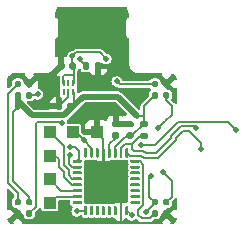
<source format=gbl>
G04 #@! TF.GenerationSoftware,KiCad,Pcbnew,8.0.1-8.0.1-0~ubuntu20.04.1*
G04 #@! TF.CreationDate,2024-06-12T16:16:25+01:00*
G04 #@! TF.ProjectId,smolpad,736d6f6c-7061-4642-9e6b-696361645f70,rev?*
G04 #@! TF.SameCoordinates,Original*
G04 #@! TF.FileFunction,Copper,L2,Bot*
G04 #@! TF.FilePolarity,Positive*
%FSLAX46Y46*%
G04 Gerber Fmt 4.6, Leading zero omitted, Abs format (unit mm)*
G04 Created by KiCad (PCBNEW 8.0.1-8.0.1-0~ubuntu20.04.1) date 2024-06-12 16:16:25*
%MOMM*%
%LPD*%
G01*
G04 APERTURE LIST*
G04 #@! TA.AperFunction,HeatsinkPad*
%ADD10R,3.600000X3.600000*%
G04 #@! TD*
G04 #@! TA.AperFunction,SMDPad,CuDef*
%ADD11R,1.000000X1.000000*%
G04 #@! TD*
G04 #@! TA.AperFunction,SMDPad,CuDef*
%ADD12R,0.240000X0.530000*%
G04 #@! TD*
G04 #@! TA.AperFunction,SMDPad,CuDef*
%ADD13R,0.280000X0.530000*%
G04 #@! TD*
G04 #@! TA.AperFunction,ViaPad*
%ADD14C,0.500000*%
G04 #@! TD*
G04 #@! TA.AperFunction,ViaPad*
%ADD15C,0.600000*%
G04 #@! TD*
G04 #@! TA.AperFunction,Conductor*
%ADD16C,0.200000*%
G04 #@! TD*
G04 #@! TA.AperFunction,Conductor*
%ADD17C,0.500000*%
G04 #@! TD*
G04 APERTURE END LIST*
G04 #@! TA.AperFunction,SMDPad,CuDef*
G36*
G01*
X36920000Y-36570000D02*
X36920000Y-36230000D01*
G75*
G02*
X37060000Y-36090000I140000J0D01*
G01*
X37340000Y-36090000D01*
G75*
G02*
X37480000Y-36230000I0J-140000D01*
G01*
X37480000Y-36570000D01*
G75*
G02*
X37340000Y-36710000I-140000J0D01*
G01*
X37060000Y-36710000D01*
G75*
G02*
X36920000Y-36570000I0J140000D01*
G01*
G37*
G04 #@! TD.AperFunction*
G04 #@! TA.AperFunction,SMDPad,CuDef*
G36*
G01*
X37880000Y-36570000D02*
X37880000Y-36230000D01*
G75*
G02*
X38020000Y-36090000I140000J0D01*
G01*
X38300000Y-36090000D01*
G75*
G02*
X38440000Y-36230000I0J-140000D01*
G01*
X38440000Y-36570000D01*
G75*
G02*
X38300000Y-36710000I-140000J0D01*
G01*
X38020000Y-36710000D01*
G75*
G02*
X37880000Y-36570000I0J140000D01*
G01*
G37*
G04 #@! TD.AperFunction*
G04 #@! TA.AperFunction,SMDPad,CuDef*
G36*
G01*
X34950000Y-35337500D02*
X34950000Y-35612500D01*
G75*
G02*
X34812500Y-35750000I-137500J0D01*
G01*
X34537500Y-35750000D01*
G75*
G02*
X34400000Y-35612500I0J137500D01*
G01*
X34400000Y-35337500D01*
G75*
G02*
X34537500Y-35200000I137500J0D01*
G01*
X34812500Y-35200000D01*
G75*
G02*
X34950000Y-35337500I0J-137500D01*
G01*
G37*
G04 #@! TD.AperFunction*
G04 #@! TA.AperFunction,SMDPad,CuDef*
G36*
G01*
X34000000Y-35337500D02*
X34000000Y-35612500D01*
G75*
G02*
X33862500Y-35750000I-137500J0D01*
G01*
X33587500Y-35750000D01*
G75*
G02*
X33450000Y-35612500I0J137500D01*
G01*
X33450000Y-35337500D01*
G75*
G02*
X33587500Y-35200000I137500J0D01*
G01*
X33862500Y-35200000D01*
G75*
G02*
X34000000Y-35337500I0J-137500D01*
G01*
G37*
G04 #@! TD.AperFunction*
G04 #@! TA.AperFunction,SMDPad,CuDef*
G36*
G01*
X34000000Y-34387500D02*
X34000000Y-34662500D01*
G75*
G02*
X33862500Y-34800000I-137500J0D01*
G01*
X33587500Y-34800000D01*
G75*
G02*
X33450000Y-34662500I0J137500D01*
G01*
X33450000Y-34387500D01*
G75*
G02*
X33587500Y-34250000I137500J0D01*
G01*
X33862500Y-34250000D01*
G75*
G02*
X34000000Y-34387500I0J-137500D01*
G01*
G37*
G04 #@! TD.AperFunction*
G04 #@! TA.AperFunction,SMDPad,CuDef*
G36*
G01*
X34950000Y-34387500D02*
X34950000Y-34662500D01*
G75*
G02*
X34812500Y-34800000I-137500J0D01*
G01*
X34537500Y-34800000D01*
G75*
G02*
X34400000Y-34662500I0J137500D01*
G01*
X34400000Y-34387500D01*
G75*
G02*
X34537500Y-34250000I137500J0D01*
G01*
X34812500Y-34250000D01*
G75*
G02*
X34950000Y-34387500I0J-137500D01*
G01*
G37*
G04 #@! TD.AperFunction*
G04 #@! TA.AperFunction,SMDPad,CuDef*
G36*
G01*
X46550000Y-35337500D02*
X46550000Y-35612500D01*
G75*
G02*
X46412500Y-35750000I-137500J0D01*
G01*
X46137500Y-35750000D01*
G75*
G02*
X46000000Y-35612500I0J137500D01*
G01*
X46000000Y-35337500D01*
G75*
G02*
X46137500Y-35200000I137500J0D01*
G01*
X46412500Y-35200000D01*
G75*
G02*
X46550000Y-35337500I0J-137500D01*
G01*
G37*
G04 #@! TD.AperFunction*
G04 #@! TA.AperFunction,SMDPad,CuDef*
G36*
G01*
X45600000Y-35337500D02*
X45600000Y-35612500D01*
G75*
G02*
X45462500Y-35750000I-137500J0D01*
G01*
X45187500Y-35750000D01*
G75*
G02*
X45050000Y-35612500I0J137500D01*
G01*
X45050000Y-35337500D01*
G75*
G02*
X45187500Y-35200000I137500J0D01*
G01*
X45462500Y-35200000D01*
G75*
G02*
X45600000Y-35337500I0J-137500D01*
G01*
G37*
G04 #@! TD.AperFunction*
G04 #@! TA.AperFunction,SMDPad,CuDef*
G36*
G01*
X45600000Y-34387500D02*
X45600000Y-34662500D01*
G75*
G02*
X45462500Y-34800000I-137500J0D01*
G01*
X45187500Y-34800000D01*
G75*
G02*
X45050000Y-34662500I0J137500D01*
G01*
X45050000Y-34387500D01*
G75*
G02*
X45187500Y-34250000I137500J0D01*
G01*
X45462500Y-34250000D01*
G75*
G02*
X45600000Y-34387500I0J-137500D01*
G01*
G37*
G04 #@! TD.AperFunction*
G04 #@! TA.AperFunction,SMDPad,CuDef*
G36*
G01*
X46550000Y-34387500D02*
X46550000Y-34662500D01*
G75*
G02*
X46412500Y-34800000I-137500J0D01*
G01*
X46137500Y-34800000D01*
G75*
G02*
X46000000Y-34662500I0J137500D01*
G01*
X46000000Y-34387500D01*
G75*
G02*
X46137500Y-34250000I137500J0D01*
G01*
X46412500Y-34250000D01*
G75*
G02*
X46550000Y-34387500I0J-137500D01*
G01*
G37*
G04 #@! TD.AperFunction*
G04 #@! TA.AperFunction,SMDPad,CuDef*
G36*
G01*
X44050000Y-40987500D02*
X44050000Y-41112500D01*
G75*
G02*
X43987500Y-41175000I-62500J0D01*
G01*
X43312500Y-41175000D01*
G75*
G02*
X43250000Y-41112500I0J62500D01*
G01*
X43250000Y-40987500D01*
G75*
G02*
X43312500Y-40925000I62500J0D01*
G01*
X43987500Y-40925000D01*
G75*
G02*
X44050000Y-40987500I0J-62500D01*
G01*
G37*
G04 #@! TD.AperFunction*
G04 #@! TA.AperFunction,SMDPad,CuDef*
G36*
G01*
X44050000Y-41487500D02*
X44050000Y-41612500D01*
G75*
G02*
X43987500Y-41675000I-62500J0D01*
G01*
X43312500Y-41675000D01*
G75*
G02*
X43250000Y-41612500I0J62500D01*
G01*
X43250000Y-41487500D01*
G75*
G02*
X43312500Y-41425000I62500J0D01*
G01*
X43987500Y-41425000D01*
G75*
G02*
X44050000Y-41487500I0J-62500D01*
G01*
G37*
G04 #@! TD.AperFunction*
G04 #@! TA.AperFunction,SMDPad,CuDef*
G36*
G01*
X44050000Y-41987500D02*
X44050000Y-42112500D01*
G75*
G02*
X43987500Y-42175000I-62500J0D01*
G01*
X43312500Y-42175000D01*
G75*
G02*
X43250000Y-42112500I0J62500D01*
G01*
X43250000Y-41987500D01*
G75*
G02*
X43312500Y-41925000I62500J0D01*
G01*
X43987500Y-41925000D01*
G75*
G02*
X44050000Y-41987500I0J-62500D01*
G01*
G37*
G04 #@! TD.AperFunction*
G04 #@! TA.AperFunction,SMDPad,CuDef*
G36*
G01*
X44050000Y-42487500D02*
X44050000Y-42612500D01*
G75*
G02*
X43987500Y-42675000I-62500J0D01*
G01*
X43312500Y-42675000D01*
G75*
G02*
X43250000Y-42612500I0J62500D01*
G01*
X43250000Y-42487500D01*
G75*
G02*
X43312500Y-42425000I62500J0D01*
G01*
X43987500Y-42425000D01*
G75*
G02*
X44050000Y-42487500I0J-62500D01*
G01*
G37*
G04 #@! TD.AperFunction*
G04 #@! TA.AperFunction,SMDPad,CuDef*
G36*
G01*
X44050000Y-42987500D02*
X44050000Y-43112500D01*
G75*
G02*
X43987500Y-43175000I-62500J0D01*
G01*
X43312500Y-43175000D01*
G75*
G02*
X43250000Y-43112500I0J62500D01*
G01*
X43250000Y-42987500D01*
G75*
G02*
X43312500Y-42925000I62500J0D01*
G01*
X43987500Y-42925000D01*
G75*
G02*
X44050000Y-42987500I0J-62500D01*
G01*
G37*
G04 #@! TD.AperFunction*
G04 #@! TA.AperFunction,SMDPad,CuDef*
G36*
G01*
X44050000Y-43487500D02*
X44050000Y-43612500D01*
G75*
G02*
X43987500Y-43675000I-62500J0D01*
G01*
X43312500Y-43675000D01*
G75*
G02*
X43250000Y-43612500I0J62500D01*
G01*
X43250000Y-43487500D01*
G75*
G02*
X43312500Y-43425000I62500J0D01*
G01*
X43987500Y-43425000D01*
G75*
G02*
X44050000Y-43487500I0J-62500D01*
G01*
G37*
G04 #@! TD.AperFunction*
G04 #@! TA.AperFunction,SMDPad,CuDef*
G36*
G01*
X44050000Y-43987500D02*
X44050000Y-44112500D01*
G75*
G02*
X43987500Y-44175000I-62500J0D01*
G01*
X43312500Y-44175000D01*
G75*
G02*
X43250000Y-44112500I0J62500D01*
G01*
X43250000Y-43987500D01*
G75*
G02*
X43312500Y-43925000I62500J0D01*
G01*
X43987500Y-43925000D01*
G75*
G02*
X44050000Y-43987500I0J-62500D01*
G01*
G37*
G04 #@! TD.AperFunction*
G04 #@! TA.AperFunction,SMDPad,CuDef*
G36*
G01*
X44050000Y-44487500D02*
X44050000Y-44612500D01*
G75*
G02*
X43987500Y-44675000I-62500J0D01*
G01*
X43312500Y-44675000D01*
G75*
G02*
X43250000Y-44612500I0J62500D01*
G01*
X43250000Y-44487500D01*
G75*
G02*
X43312500Y-44425000I62500J0D01*
G01*
X43987500Y-44425000D01*
G75*
G02*
X44050000Y-44487500I0J-62500D01*
G01*
G37*
G04 #@! TD.AperFunction*
G04 #@! TA.AperFunction,SMDPad,CuDef*
G36*
G01*
X43075000Y-44912500D02*
X43075000Y-45587500D01*
G75*
G02*
X43012500Y-45650000I-62500J0D01*
G01*
X42887500Y-45650000D01*
G75*
G02*
X42825000Y-45587500I0J62500D01*
G01*
X42825000Y-44912500D01*
G75*
G02*
X42887500Y-44850000I62500J0D01*
G01*
X43012500Y-44850000D01*
G75*
G02*
X43075000Y-44912500I0J-62500D01*
G01*
G37*
G04 #@! TD.AperFunction*
G04 #@! TA.AperFunction,SMDPad,CuDef*
G36*
G01*
X42575000Y-44912500D02*
X42575000Y-45587500D01*
G75*
G02*
X42512500Y-45650000I-62500J0D01*
G01*
X42387500Y-45650000D01*
G75*
G02*
X42325000Y-45587500I0J62500D01*
G01*
X42325000Y-44912500D01*
G75*
G02*
X42387500Y-44850000I62500J0D01*
G01*
X42512500Y-44850000D01*
G75*
G02*
X42575000Y-44912500I0J-62500D01*
G01*
G37*
G04 #@! TD.AperFunction*
G04 #@! TA.AperFunction,SMDPad,CuDef*
G36*
G01*
X42075000Y-44912500D02*
X42075000Y-45587500D01*
G75*
G02*
X42012500Y-45650000I-62500J0D01*
G01*
X41887500Y-45650000D01*
G75*
G02*
X41825000Y-45587500I0J62500D01*
G01*
X41825000Y-44912500D01*
G75*
G02*
X41887500Y-44850000I62500J0D01*
G01*
X42012500Y-44850000D01*
G75*
G02*
X42075000Y-44912500I0J-62500D01*
G01*
G37*
G04 #@! TD.AperFunction*
G04 #@! TA.AperFunction,SMDPad,CuDef*
G36*
G01*
X41575000Y-44912500D02*
X41575000Y-45587500D01*
G75*
G02*
X41512500Y-45650000I-62500J0D01*
G01*
X41387500Y-45650000D01*
G75*
G02*
X41325000Y-45587500I0J62500D01*
G01*
X41325000Y-44912500D01*
G75*
G02*
X41387500Y-44850000I62500J0D01*
G01*
X41512500Y-44850000D01*
G75*
G02*
X41575000Y-44912500I0J-62500D01*
G01*
G37*
G04 #@! TD.AperFunction*
G04 #@! TA.AperFunction,SMDPad,CuDef*
G36*
G01*
X41075000Y-44912500D02*
X41075000Y-45587500D01*
G75*
G02*
X41012500Y-45650000I-62500J0D01*
G01*
X40887500Y-45650000D01*
G75*
G02*
X40825000Y-45587500I0J62500D01*
G01*
X40825000Y-44912500D01*
G75*
G02*
X40887500Y-44850000I62500J0D01*
G01*
X41012500Y-44850000D01*
G75*
G02*
X41075000Y-44912500I0J-62500D01*
G01*
G37*
G04 #@! TD.AperFunction*
G04 #@! TA.AperFunction,SMDPad,CuDef*
G36*
G01*
X40575000Y-44912500D02*
X40575000Y-45587500D01*
G75*
G02*
X40512500Y-45650000I-62500J0D01*
G01*
X40387500Y-45650000D01*
G75*
G02*
X40325000Y-45587500I0J62500D01*
G01*
X40325000Y-44912500D01*
G75*
G02*
X40387500Y-44850000I62500J0D01*
G01*
X40512500Y-44850000D01*
G75*
G02*
X40575000Y-44912500I0J-62500D01*
G01*
G37*
G04 #@! TD.AperFunction*
G04 #@! TA.AperFunction,SMDPad,CuDef*
G36*
G01*
X40075000Y-44912500D02*
X40075000Y-45587500D01*
G75*
G02*
X40012500Y-45650000I-62500J0D01*
G01*
X39887500Y-45650000D01*
G75*
G02*
X39825000Y-45587500I0J62500D01*
G01*
X39825000Y-44912500D01*
G75*
G02*
X39887500Y-44850000I62500J0D01*
G01*
X40012500Y-44850000D01*
G75*
G02*
X40075000Y-44912500I0J-62500D01*
G01*
G37*
G04 #@! TD.AperFunction*
G04 #@! TA.AperFunction,SMDPad,CuDef*
G36*
G01*
X39575000Y-44912500D02*
X39575000Y-45587500D01*
G75*
G02*
X39512500Y-45650000I-62500J0D01*
G01*
X39387500Y-45650000D01*
G75*
G02*
X39325000Y-45587500I0J62500D01*
G01*
X39325000Y-44912500D01*
G75*
G02*
X39387500Y-44850000I62500J0D01*
G01*
X39512500Y-44850000D01*
G75*
G02*
X39575000Y-44912500I0J-62500D01*
G01*
G37*
G04 #@! TD.AperFunction*
G04 #@! TA.AperFunction,SMDPad,CuDef*
G36*
G01*
X39150000Y-44487500D02*
X39150000Y-44612500D01*
G75*
G02*
X39087500Y-44675000I-62500J0D01*
G01*
X38412500Y-44675000D01*
G75*
G02*
X38350000Y-44612500I0J62500D01*
G01*
X38350000Y-44487500D01*
G75*
G02*
X38412500Y-44425000I62500J0D01*
G01*
X39087500Y-44425000D01*
G75*
G02*
X39150000Y-44487500I0J-62500D01*
G01*
G37*
G04 #@! TD.AperFunction*
G04 #@! TA.AperFunction,SMDPad,CuDef*
G36*
G01*
X39150000Y-43987500D02*
X39150000Y-44112500D01*
G75*
G02*
X39087500Y-44175000I-62500J0D01*
G01*
X38412500Y-44175000D01*
G75*
G02*
X38350000Y-44112500I0J62500D01*
G01*
X38350000Y-43987500D01*
G75*
G02*
X38412500Y-43925000I62500J0D01*
G01*
X39087500Y-43925000D01*
G75*
G02*
X39150000Y-43987500I0J-62500D01*
G01*
G37*
G04 #@! TD.AperFunction*
G04 #@! TA.AperFunction,SMDPad,CuDef*
G36*
G01*
X39150000Y-43487500D02*
X39150000Y-43612500D01*
G75*
G02*
X39087500Y-43675000I-62500J0D01*
G01*
X38412500Y-43675000D01*
G75*
G02*
X38350000Y-43612500I0J62500D01*
G01*
X38350000Y-43487500D01*
G75*
G02*
X38412500Y-43425000I62500J0D01*
G01*
X39087500Y-43425000D01*
G75*
G02*
X39150000Y-43487500I0J-62500D01*
G01*
G37*
G04 #@! TD.AperFunction*
G04 #@! TA.AperFunction,SMDPad,CuDef*
G36*
G01*
X39150000Y-42987500D02*
X39150000Y-43112500D01*
G75*
G02*
X39087500Y-43175000I-62500J0D01*
G01*
X38412500Y-43175000D01*
G75*
G02*
X38350000Y-43112500I0J62500D01*
G01*
X38350000Y-42987500D01*
G75*
G02*
X38412500Y-42925000I62500J0D01*
G01*
X39087500Y-42925000D01*
G75*
G02*
X39150000Y-42987500I0J-62500D01*
G01*
G37*
G04 #@! TD.AperFunction*
G04 #@! TA.AperFunction,SMDPad,CuDef*
G36*
G01*
X39150000Y-42487500D02*
X39150000Y-42612500D01*
G75*
G02*
X39087500Y-42675000I-62500J0D01*
G01*
X38412500Y-42675000D01*
G75*
G02*
X38350000Y-42612500I0J62500D01*
G01*
X38350000Y-42487500D01*
G75*
G02*
X38412500Y-42425000I62500J0D01*
G01*
X39087500Y-42425000D01*
G75*
G02*
X39150000Y-42487500I0J-62500D01*
G01*
G37*
G04 #@! TD.AperFunction*
G04 #@! TA.AperFunction,SMDPad,CuDef*
G36*
G01*
X39150000Y-41987500D02*
X39150000Y-42112500D01*
G75*
G02*
X39087500Y-42175000I-62500J0D01*
G01*
X38412500Y-42175000D01*
G75*
G02*
X38350000Y-42112500I0J62500D01*
G01*
X38350000Y-41987500D01*
G75*
G02*
X38412500Y-41925000I62500J0D01*
G01*
X39087500Y-41925000D01*
G75*
G02*
X39150000Y-41987500I0J-62500D01*
G01*
G37*
G04 #@! TD.AperFunction*
G04 #@! TA.AperFunction,SMDPad,CuDef*
G36*
G01*
X39150000Y-41487500D02*
X39150000Y-41612500D01*
G75*
G02*
X39087500Y-41675000I-62500J0D01*
G01*
X38412500Y-41675000D01*
G75*
G02*
X38350000Y-41612500I0J62500D01*
G01*
X38350000Y-41487500D01*
G75*
G02*
X38412500Y-41425000I62500J0D01*
G01*
X39087500Y-41425000D01*
G75*
G02*
X39150000Y-41487500I0J-62500D01*
G01*
G37*
G04 #@! TD.AperFunction*
G04 #@! TA.AperFunction,SMDPad,CuDef*
G36*
G01*
X39150000Y-40987500D02*
X39150000Y-41112500D01*
G75*
G02*
X39087500Y-41175000I-62500J0D01*
G01*
X38412500Y-41175000D01*
G75*
G02*
X38350000Y-41112500I0J62500D01*
G01*
X38350000Y-40987500D01*
G75*
G02*
X38412500Y-40925000I62500J0D01*
G01*
X39087500Y-40925000D01*
G75*
G02*
X39150000Y-40987500I0J-62500D01*
G01*
G37*
G04 #@! TD.AperFunction*
G04 #@! TA.AperFunction,SMDPad,CuDef*
G36*
G01*
X39575000Y-40012500D02*
X39575000Y-40687500D01*
G75*
G02*
X39512500Y-40750000I-62500J0D01*
G01*
X39387500Y-40750000D01*
G75*
G02*
X39325000Y-40687500I0J62500D01*
G01*
X39325000Y-40012500D01*
G75*
G02*
X39387500Y-39950000I62500J0D01*
G01*
X39512500Y-39950000D01*
G75*
G02*
X39575000Y-40012500I0J-62500D01*
G01*
G37*
G04 #@! TD.AperFunction*
G04 #@! TA.AperFunction,SMDPad,CuDef*
G36*
G01*
X40075000Y-40012500D02*
X40075000Y-40687500D01*
G75*
G02*
X40012500Y-40750000I-62500J0D01*
G01*
X39887500Y-40750000D01*
G75*
G02*
X39825000Y-40687500I0J62500D01*
G01*
X39825000Y-40012500D01*
G75*
G02*
X39887500Y-39950000I62500J0D01*
G01*
X40012500Y-39950000D01*
G75*
G02*
X40075000Y-40012500I0J-62500D01*
G01*
G37*
G04 #@! TD.AperFunction*
G04 #@! TA.AperFunction,SMDPad,CuDef*
G36*
G01*
X40575000Y-40012500D02*
X40575000Y-40687500D01*
G75*
G02*
X40512500Y-40750000I-62500J0D01*
G01*
X40387500Y-40750000D01*
G75*
G02*
X40325000Y-40687500I0J62500D01*
G01*
X40325000Y-40012500D01*
G75*
G02*
X40387500Y-39950000I62500J0D01*
G01*
X40512500Y-39950000D01*
G75*
G02*
X40575000Y-40012500I0J-62500D01*
G01*
G37*
G04 #@! TD.AperFunction*
G04 #@! TA.AperFunction,SMDPad,CuDef*
G36*
G01*
X41075000Y-40012500D02*
X41075000Y-40687500D01*
G75*
G02*
X41012500Y-40750000I-62500J0D01*
G01*
X40887500Y-40750000D01*
G75*
G02*
X40825000Y-40687500I0J62500D01*
G01*
X40825000Y-40012500D01*
G75*
G02*
X40887500Y-39950000I62500J0D01*
G01*
X41012500Y-39950000D01*
G75*
G02*
X41075000Y-40012500I0J-62500D01*
G01*
G37*
G04 #@! TD.AperFunction*
G04 #@! TA.AperFunction,SMDPad,CuDef*
G36*
G01*
X41575000Y-40012500D02*
X41575000Y-40687500D01*
G75*
G02*
X41512500Y-40750000I-62500J0D01*
G01*
X41387500Y-40750000D01*
G75*
G02*
X41325000Y-40687500I0J62500D01*
G01*
X41325000Y-40012500D01*
G75*
G02*
X41387500Y-39950000I62500J0D01*
G01*
X41512500Y-39950000D01*
G75*
G02*
X41575000Y-40012500I0J-62500D01*
G01*
G37*
G04 #@! TD.AperFunction*
G04 #@! TA.AperFunction,SMDPad,CuDef*
G36*
G01*
X42075000Y-40012500D02*
X42075000Y-40687500D01*
G75*
G02*
X42012500Y-40750000I-62500J0D01*
G01*
X41887500Y-40750000D01*
G75*
G02*
X41825000Y-40687500I0J62500D01*
G01*
X41825000Y-40012500D01*
G75*
G02*
X41887500Y-39950000I62500J0D01*
G01*
X42012500Y-39950000D01*
G75*
G02*
X42075000Y-40012500I0J-62500D01*
G01*
G37*
G04 #@! TD.AperFunction*
G04 #@! TA.AperFunction,SMDPad,CuDef*
G36*
G01*
X42575000Y-40012500D02*
X42575000Y-40687500D01*
G75*
G02*
X42512500Y-40750000I-62500J0D01*
G01*
X42387500Y-40750000D01*
G75*
G02*
X42325000Y-40687500I0J62500D01*
G01*
X42325000Y-40012500D01*
G75*
G02*
X42387500Y-39950000I62500J0D01*
G01*
X42512500Y-39950000D01*
G75*
G02*
X42575000Y-40012500I0J-62500D01*
G01*
G37*
G04 #@! TD.AperFunction*
G04 #@! TA.AperFunction,SMDPad,CuDef*
G36*
G01*
X43075000Y-40012500D02*
X43075000Y-40687500D01*
G75*
G02*
X43012500Y-40750000I-62500J0D01*
G01*
X42887500Y-40750000D01*
G75*
G02*
X42825000Y-40687500I0J62500D01*
G01*
X42825000Y-40012500D01*
G75*
G02*
X42887500Y-39950000I62500J0D01*
G01*
X43012500Y-39950000D01*
G75*
G02*
X43075000Y-40012500I0J-62500D01*
G01*
G37*
G04 #@! TD.AperFunction*
D10*
X41200000Y-42800000D03*
D11*
X36400000Y-38600000D03*
G04 #@! TA.AperFunction,SMDPad,CuDef*
G36*
G01*
X45462500Y-45750000D02*
X45187500Y-45750000D01*
G75*
G02*
X45050000Y-45612500I0J137500D01*
G01*
X45050000Y-45337500D01*
G75*
G02*
X45187500Y-45200000I137500J0D01*
G01*
X45462500Y-45200000D01*
G75*
G02*
X45600000Y-45337500I0J-137500D01*
G01*
X45600000Y-45612500D01*
G75*
G02*
X45462500Y-45750000I-137500J0D01*
G01*
G37*
G04 #@! TD.AperFunction*
G04 #@! TA.AperFunction,SMDPad,CuDef*
G36*
G01*
X45462500Y-44800000D02*
X45187500Y-44800000D01*
G75*
G02*
X45050000Y-44662500I0J137500D01*
G01*
X45050000Y-44387500D01*
G75*
G02*
X45187500Y-44250000I137500J0D01*
G01*
X45462500Y-44250000D01*
G75*
G02*
X45600000Y-44387500I0J-137500D01*
G01*
X45600000Y-44662500D01*
G75*
G02*
X45462500Y-44800000I-137500J0D01*
G01*
G37*
G04 #@! TD.AperFunction*
G04 #@! TA.AperFunction,SMDPad,CuDef*
G36*
G01*
X46412500Y-44800000D02*
X46137500Y-44800000D01*
G75*
G02*
X46000000Y-44662500I0J137500D01*
G01*
X46000000Y-44387500D01*
G75*
G02*
X46137500Y-44250000I137500J0D01*
G01*
X46412500Y-44250000D01*
G75*
G02*
X46550000Y-44387500I0J-137500D01*
G01*
X46550000Y-44662500D01*
G75*
G02*
X46412500Y-44800000I-137500J0D01*
G01*
G37*
G04 #@! TD.AperFunction*
G04 #@! TA.AperFunction,SMDPad,CuDef*
G36*
G01*
X46412500Y-45750000D02*
X46137500Y-45750000D01*
G75*
G02*
X46000000Y-45612500I0J137500D01*
G01*
X46000000Y-45337500D01*
G75*
G02*
X46137500Y-45200000I137500J0D01*
G01*
X46412500Y-45200000D01*
G75*
G02*
X46550000Y-45337500I0J-137500D01*
G01*
X46550000Y-45612500D01*
G75*
G02*
X46412500Y-45750000I-137500J0D01*
G01*
G37*
G04 #@! TD.AperFunction*
G04 #@! TA.AperFunction,SMDPad,CuDef*
G36*
G01*
X44215000Y-37620000D02*
X44585000Y-37620000D01*
G75*
G02*
X44720000Y-37755000I0J-135000D01*
G01*
X44720000Y-38025000D01*
G75*
G02*
X44585000Y-38160000I-135000J0D01*
G01*
X44215000Y-38160000D01*
G75*
G02*
X44080000Y-38025000I0J135000D01*
G01*
X44080000Y-37755000D01*
G75*
G02*
X44215000Y-37620000I135000J0D01*
G01*
G37*
G04 #@! TD.AperFunction*
G04 #@! TA.AperFunction,SMDPad,CuDef*
G36*
G01*
X44215000Y-38640000D02*
X44585000Y-38640000D01*
G75*
G02*
X44720000Y-38775000I0J-135000D01*
G01*
X44720000Y-39045000D01*
G75*
G02*
X44585000Y-39180000I-135000J0D01*
G01*
X44215000Y-39180000D01*
G75*
G02*
X44080000Y-39045000I0J135000D01*
G01*
X44080000Y-38775000D01*
G75*
G02*
X44215000Y-38640000I135000J0D01*
G01*
G37*
G04 #@! TD.AperFunction*
G04 #@! TA.AperFunction,SMDPad,CuDef*
G36*
G01*
X33450000Y-44662500D02*
X33450000Y-44387500D01*
G75*
G02*
X33587500Y-44250000I137500J0D01*
G01*
X33862500Y-44250000D01*
G75*
G02*
X34000000Y-44387500I0J-137500D01*
G01*
X34000000Y-44662500D01*
G75*
G02*
X33862500Y-44800000I-137500J0D01*
G01*
X33587500Y-44800000D01*
G75*
G02*
X33450000Y-44662500I0J137500D01*
G01*
G37*
G04 #@! TD.AperFunction*
G04 #@! TA.AperFunction,SMDPad,CuDef*
G36*
G01*
X34400000Y-44662500D02*
X34400000Y-44387500D01*
G75*
G02*
X34537500Y-44250000I137500J0D01*
G01*
X34812500Y-44250000D01*
G75*
G02*
X34950000Y-44387500I0J-137500D01*
G01*
X34950000Y-44662500D01*
G75*
G02*
X34812500Y-44800000I-137500J0D01*
G01*
X34537500Y-44800000D01*
G75*
G02*
X34400000Y-44662500I0J137500D01*
G01*
G37*
G04 #@! TD.AperFunction*
G04 #@! TA.AperFunction,SMDPad,CuDef*
G36*
G01*
X34400000Y-45612500D02*
X34400000Y-45337500D01*
G75*
G02*
X34537500Y-45200000I137500J0D01*
G01*
X34812500Y-45200000D01*
G75*
G02*
X34950000Y-45337500I0J-137500D01*
G01*
X34950000Y-45612500D01*
G75*
G02*
X34812500Y-45750000I-137500J0D01*
G01*
X34537500Y-45750000D01*
G75*
G02*
X34400000Y-45612500I0J137500D01*
G01*
G37*
G04 #@! TD.AperFunction*
G04 #@! TA.AperFunction,SMDPad,CuDef*
G36*
G01*
X33450000Y-45612500D02*
X33450000Y-45337500D01*
G75*
G02*
X33587500Y-45200000I137500J0D01*
G01*
X33862500Y-45200000D01*
G75*
G02*
X34000000Y-45337500I0J-137500D01*
G01*
X34000000Y-45612500D01*
G75*
G02*
X33862500Y-45750000I-137500J0D01*
G01*
X33587500Y-45750000D01*
G75*
G02*
X33450000Y-45612500I0J137500D01*
G01*
G37*
G04 #@! TD.AperFunction*
X38400000Y-38600000D03*
G04 #@! TA.AperFunction,SMDPad,CuDef*
G36*
G01*
X39220000Y-33185000D02*
X39220000Y-32815000D01*
G75*
G02*
X39355000Y-32680000I135000J0D01*
G01*
X39625000Y-32680000D01*
G75*
G02*
X39760000Y-32815000I0J-135000D01*
G01*
X39760000Y-33185000D01*
G75*
G02*
X39625000Y-33320000I-135000J0D01*
G01*
X39355000Y-33320000D01*
G75*
G02*
X39220000Y-33185000I0J135000D01*
G01*
G37*
G04 #@! TD.AperFunction*
G04 #@! TA.AperFunction,SMDPad,CuDef*
G36*
G01*
X40240000Y-33185000D02*
X40240000Y-32815000D01*
G75*
G02*
X40375000Y-32680000I135000J0D01*
G01*
X40645000Y-32680000D01*
G75*
G02*
X40780000Y-32815000I0J-135000D01*
G01*
X40780000Y-33185000D01*
G75*
G02*
X40645000Y-33320000I-135000J0D01*
G01*
X40375000Y-33320000D01*
G75*
G02*
X40240000Y-33185000I0J135000D01*
G01*
G37*
G04 #@! TD.AperFunction*
G04 #@! TA.AperFunction,SMDPad,CuDef*
G36*
G01*
X41830000Y-37640000D02*
X42170000Y-37640000D01*
G75*
G02*
X42310000Y-37780000I0J-140000D01*
G01*
X42310000Y-38060000D01*
G75*
G02*
X42170000Y-38200000I-140000J0D01*
G01*
X41830000Y-38200000D01*
G75*
G02*
X41690000Y-38060000I0J140000D01*
G01*
X41690000Y-37780000D01*
G75*
G02*
X41830000Y-37640000I140000J0D01*
G01*
G37*
G04 #@! TD.AperFunction*
G04 #@! TA.AperFunction,SMDPad,CuDef*
G36*
G01*
X41830000Y-38600000D02*
X42170000Y-38600000D01*
G75*
G02*
X42310000Y-38740000I0J-140000D01*
G01*
X42310000Y-39020000D01*
G75*
G02*
X42170000Y-39160000I-140000J0D01*
G01*
X41830000Y-39160000D01*
G75*
G02*
X41690000Y-39020000I0J140000D01*
G01*
X41690000Y-38740000D01*
G75*
G02*
X41830000Y-38600000I140000J0D01*
G01*
G37*
G04 #@! TD.AperFunction*
X40400000Y-38600000D03*
D12*
X38400000Y-35200000D03*
X38000000Y-35200000D03*
X37600000Y-35200000D03*
D13*
X37600000Y-34464000D03*
X38000000Y-34464000D03*
X38400000Y-34464000D03*
D11*
X36400000Y-42600000D03*
X36400000Y-40600000D03*
X36400000Y-44600000D03*
G04 #@! TA.AperFunction,SMDPad,CuDef*
G36*
G01*
X43370000Y-39160000D02*
X43030000Y-39160000D01*
G75*
G02*
X42890000Y-39020000I0J140000D01*
G01*
X42890000Y-38740000D01*
G75*
G02*
X43030000Y-38600000I140000J0D01*
G01*
X43370000Y-38600000D01*
G75*
G02*
X43510000Y-38740000I0J-140000D01*
G01*
X43510000Y-39020000D01*
G75*
G02*
X43370000Y-39160000I-140000J0D01*
G01*
G37*
G04 #@! TD.AperFunction*
G04 #@! TA.AperFunction,SMDPad,CuDef*
G36*
G01*
X43370000Y-38200000D02*
X43030000Y-38200000D01*
G75*
G02*
X42890000Y-38060000I0J140000D01*
G01*
X42890000Y-37780000D01*
G75*
G02*
X43030000Y-37640000I140000J0D01*
G01*
X43370000Y-37640000D01*
G75*
G02*
X43510000Y-37780000I0J-140000D01*
G01*
X43510000Y-38060000D01*
G75*
G02*
X43370000Y-38200000I-140000J0D01*
G01*
G37*
G04 #@! TD.AperFunction*
G04 #@! TA.AperFunction,SMDPad,CuDef*
G36*
G01*
X37120000Y-33170000D02*
X37120000Y-32830000D01*
G75*
G02*
X37260000Y-32690000I140000J0D01*
G01*
X37540000Y-32690000D01*
G75*
G02*
X37680000Y-32830000I0J-140000D01*
G01*
X37680000Y-33170000D01*
G75*
G02*
X37540000Y-33310000I-140000J0D01*
G01*
X37260000Y-33310000D01*
G75*
G02*
X37120000Y-33170000I0J140000D01*
G01*
G37*
G04 #@! TD.AperFunction*
G04 #@! TA.AperFunction,SMDPad,CuDef*
G36*
G01*
X38080000Y-33170000D02*
X38080000Y-32830000D01*
G75*
G02*
X38220000Y-32690000I140000J0D01*
G01*
X38500000Y-32690000D01*
G75*
G02*
X38640000Y-32830000I0J-140000D01*
G01*
X38640000Y-33170000D01*
G75*
G02*
X38500000Y-33310000I-140000J0D01*
G01*
X38220000Y-33310000D01*
G75*
G02*
X38080000Y-33170000I0J140000D01*
G01*
G37*
G04 #@! TD.AperFunction*
D14*
X41800000Y-36400000D03*
X40323397Y-34300000D03*
X38400000Y-37400000D03*
X35900000Y-36300000D03*
D15*
X35300000Y-46100000D03*
D14*
X36100000Y-34300000D03*
X44400000Y-35200000D03*
X42869787Y-46150000D03*
X44540990Y-45350000D03*
X43351719Y-45643462D03*
X45000000Y-42325000D03*
X43800000Y-37200000D03*
X48800000Y-38252538D03*
X49200000Y-40000000D03*
X52200000Y-38400000D03*
X39307193Y-39292807D03*
X44150000Y-39650000D03*
X41200000Y-32400000D03*
X38333452Y-32186186D03*
X38165092Y-40537780D03*
X38150000Y-39838909D03*
X39000000Y-32400000D03*
X45600000Y-38249998D03*
X46000000Y-42000000D03*
X42100000Y-34300000D03*
X35400000Y-35400000D03*
X37450000Y-37860000D03*
X38700000Y-45300000D03*
D16*
X40950000Y-40350000D02*
X40950000Y-39150000D01*
X37835000Y-35765000D02*
X38000000Y-35600000D01*
X37200000Y-36400000D02*
X37835000Y-35765000D01*
X38000000Y-35600000D02*
X38000000Y-35200000D01*
X40950000Y-39150000D02*
X40400000Y-38600000D01*
D17*
X36100000Y-34300000D02*
X37400000Y-33000000D01*
D16*
X41450000Y-40350000D02*
X41450000Y-39630000D01*
X41450000Y-39630000D02*
X42000000Y-39080000D01*
X44400000Y-36400000D02*
X44400000Y-37200000D01*
X43800000Y-37200000D02*
X44400000Y-37200000D01*
X44850000Y-44050000D02*
X45325000Y-44525000D01*
X45000000Y-42325000D02*
X44850000Y-42475000D01*
D17*
X38160000Y-36650050D02*
X39210050Y-35600000D01*
X42200000Y-35600000D02*
X43800000Y-37200000D01*
D16*
X34675000Y-44109314D02*
X34675000Y-44525000D01*
X33300000Y-36900000D02*
X33300000Y-42734314D01*
X44400000Y-37200000D02*
X44400000Y-37890000D01*
X43343462Y-45643462D02*
X42950000Y-45250000D01*
D17*
X34885000Y-37160000D02*
X37650050Y-37160000D01*
D16*
X38160000Y-36400000D02*
X38440000Y-36120000D01*
X45325000Y-44525000D02*
X45325000Y-44565990D01*
X41950000Y-39869928D02*
X42780000Y-39039928D01*
X44850000Y-42475000D02*
X44850000Y-44050000D01*
X43410000Y-38880000D02*
X44400000Y-37890000D01*
X41950000Y-40350000D02*
X41950000Y-39869928D01*
X43200000Y-38880000D02*
X43410000Y-38880000D01*
D17*
X33725000Y-36000000D02*
X33725000Y-36475000D01*
D16*
X38440000Y-36120000D02*
X38440000Y-35200000D01*
X33300000Y-42734314D02*
X34675000Y-44109314D01*
X42780000Y-39039928D02*
X43040072Y-39039928D01*
D17*
X39210050Y-35600000D02*
X42200000Y-35600000D01*
D16*
X43040072Y-39039928D02*
X43200000Y-38880000D01*
X45325000Y-44565990D02*
X44540990Y-45350000D01*
X45325000Y-35475000D02*
X44400000Y-36400000D01*
D17*
X33725000Y-36000000D02*
X34885000Y-37160000D01*
X38160000Y-36650050D02*
X38160000Y-36400000D01*
X33725000Y-35475000D02*
X33725000Y-36000000D01*
X37650050Y-37160000D02*
X38160000Y-36650050D01*
D16*
X33725000Y-36475000D02*
X33300000Y-36900000D01*
X43351719Y-45643462D02*
X43343462Y-45643462D01*
X46714880Y-39069434D02*
X45384314Y-40400000D01*
X44090000Y-38910000D02*
X44400000Y-38910000D01*
X43400000Y-39600000D02*
X42785614Y-39600000D01*
X43400000Y-40025000D02*
X43400000Y-39600000D01*
X44345757Y-40200000D02*
X43575000Y-40200000D01*
X44545758Y-40400000D02*
X44345757Y-40200000D01*
X47525852Y-38102538D02*
X46714880Y-38913511D01*
X45384314Y-40400000D02*
X44545758Y-40400000D01*
X43575000Y-40200000D02*
X43400000Y-40025000D01*
X48800000Y-38252538D02*
X48650000Y-38102538D01*
X42450000Y-39935614D02*
X42450000Y-40350000D01*
X46714880Y-38913511D02*
X46714880Y-39069434D01*
X43540000Y-39460000D02*
X43556134Y-39460000D01*
X43810000Y-39190000D02*
X44090000Y-38910000D01*
X43810000Y-39206134D02*
X43810000Y-39190000D01*
X43400000Y-39600000D02*
X43540000Y-39460000D01*
X48650000Y-38102538D02*
X47525852Y-38102538D01*
X43556134Y-39460000D02*
X43810000Y-39206134D01*
X42785614Y-39600000D02*
X42450000Y-39935614D01*
X49200000Y-39502538D02*
X48200000Y-38502538D01*
X47114880Y-39235120D02*
X45550000Y-40800000D01*
X44180072Y-40600000D02*
X43200000Y-40600000D01*
X47114880Y-39079196D02*
X47114880Y-39235120D01*
X49200000Y-40000000D02*
X49200000Y-39502538D01*
X44380072Y-40800000D02*
X44180072Y-40600000D01*
X47691538Y-38502538D02*
X47114880Y-39079196D01*
X48200000Y-38502538D02*
X47691538Y-38502538D01*
X43200000Y-40600000D02*
X42950000Y-40350000D01*
X45550000Y-40800000D02*
X44380072Y-40800000D01*
X47297462Y-37702538D02*
X51502538Y-37702538D01*
X51502538Y-37702538D02*
X52200000Y-38400000D01*
X45350000Y-39650000D02*
X47297462Y-37702538D01*
X38614386Y-38600000D02*
X38400000Y-38600000D01*
X39307193Y-39292807D02*
X38614386Y-38600000D01*
X39950000Y-39935614D02*
X39307193Y-39292807D01*
X39950000Y-40350000D02*
X39950000Y-39935614D01*
X44150000Y-39650000D02*
X45350000Y-39650000D01*
X41200000Y-32400000D02*
X40650000Y-31850000D01*
X38333452Y-32186186D02*
X38333452Y-32973452D01*
X40650000Y-31850000D02*
X38669638Y-31850000D01*
X37560000Y-33899000D02*
X37560000Y-34464000D01*
X37659000Y-33800000D02*
X37560000Y-33899000D01*
X38669638Y-31850000D02*
X38333452Y-32186186D01*
X38333452Y-32973452D02*
X38360000Y-33000000D01*
X38440000Y-33800000D02*
X37659000Y-33800000D01*
X38440000Y-33080000D02*
X38440000Y-33800000D01*
X38440000Y-33800000D02*
X38440000Y-34464000D01*
X38360000Y-33000000D02*
X38440000Y-33080000D01*
X38050000Y-41264386D02*
X38335614Y-41550000D01*
X38335614Y-41550000D02*
X38750000Y-41550000D01*
X38165092Y-40537780D02*
X38050000Y-40652872D01*
X38050000Y-40652872D02*
X38050000Y-41264386D01*
X38150000Y-39838909D02*
X38538909Y-39838909D01*
X38538909Y-39838909D02*
X38900000Y-40200000D01*
X38900000Y-40200000D02*
X38900000Y-40900000D01*
X38900000Y-40900000D02*
X38750000Y-41050000D01*
X39000000Y-32400000D02*
X39000000Y-32510000D01*
X39000000Y-32510000D02*
X39490000Y-33000000D01*
X46750000Y-37133503D02*
X46750000Y-36346497D01*
X46750000Y-44050000D02*
X46275000Y-44525000D01*
X46750000Y-42750000D02*
X46750000Y-44050000D01*
X45600000Y-38249998D02*
X46159998Y-37690000D01*
X46275000Y-35871497D02*
X46275000Y-35475000D01*
X46000000Y-42000000D02*
X46750000Y-42750000D01*
X46159998Y-37690000D02*
X46193503Y-37690000D01*
X46750000Y-36346497D02*
X46275000Y-35871497D01*
X46193503Y-37690000D02*
X46750000Y-37133503D01*
X35325000Y-35475000D02*
X35400000Y-35400000D01*
X42100000Y-34300000D02*
X42325000Y-34525000D01*
X42325000Y-34525000D02*
X45325000Y-34525000D01*
X34675000Y-35475000D02*
X35325000Y-35475000D01*
X33725000Y-44525000D02*
X33725000Y-43725000D01*
X33725000Y-43725000D02*
X32900000Y-42900000D01*
X32900000Y-42900000D02*
X32900000Y-35350000D01*
X32900000Y-35350000D02*
X33725000Y-34525000D01*
X44900000Y-45900000D02*
X45325000Y-45475000D01*
X44350000Y-44764386D02*
X43900000Y-45214386D01*
X44064386Y-41050000D02*
X44350000Y-41335614D01*
X43650000Y-41050000D02*
X44064386Y-41050000D01*
X43900000Y-45214386D02*
X43900000Y-45600000D01*
X44200000Y-45900000D02*
X44900000Y-45900000D01*
X43900000Y-45600000D02*
X44200000Y-45900000D01*
X44350000Y-41335614D02*
X44350000Y-44764386D01*
X37300000Y-37710000D02*
X35390000Y-37710000D01*
X35390000Y-37710000D02*
X35250000Y-37850000D01*
X35250000Y-44900000D02*
X34675000Y-45475000D01*
X35250000Y-37850000D02*
X35250000Y-44900000D01*
X37450000Y-37860000D02*
X37300000Y-37710000D01*
X39400000Y-45300000D02*
X39450000Y-45250000D01*
X38700000Y-45300000D02*
X39400000Y-45300000D01*
X37600000Y-41380071D02*
X37600000Y-39800000D01*
X37600000Y-39800000D02*
X36400000Y-38600000D01*
X38335614Y-42550000D02*
X38050000Y-42264386D01*
X38050000Y-42264386D02*
X38050000Y-41830071D01*
X38750000Y-42550000D02*
X38335614Y-42550000D01*
X38050000Y-41830071D02*
X37600000Y-41380071D01*
X37650000Y-41995757D02*
X37200000Y-41545756D01*
X37650000Y-42430071D02*
X37650000Y-41995757D01*
X36900000Y-40600000D02*
X36400000Y-40600000D01*
X37200000Y-40900000D02*
X36900000Y-40600000D01*
X38750000Y-43050000D02*
X38269929Y-43050000D01*
X38269929Y-43050000D02*
X37650000Y-42430071D01*
X37200000Y-41545756D02*
X37200000Y-40900000D01*
X38750000Y-43550000D02*
X37350000Y-43550000D01*
X37350000Y-43550000D02*
X36400000Y-42600000D01*
X36950000Y-44050000D02*
X36400000Y-44600000D01*
X38750000Y-44050000D02*
X36950000Y-44050000D01*
G04 #@! TA.AperFunction,Conductor*
G36*
X41034191Y-40243907D02*
G01*
X41070155Y-40293407D01*
X41075000Y-40324000D01*
X41075000Y-41246625D01*
X41159339Y-41235522D01*
X41159346Y-41235520D01*
X41296174Y-41178844D01*
X41296175Y-41178844D01*
X41413674Y-41088684D01*
X41413683Y-41088675D01*
X41493659Y-40984448D01*
X41544083Y-40949792D01*
X41552886Y-40947617D01*
X41615117Y-40935240D01*
X41644998Y-40915273D01*
X41703886Y-40898665D01*
X41755002Y-40915274D01*
X41784879Y-40935238D01*
X41784880Y-40935238D01*
X41784883Y-40935240D01*
X41861599Y-40950500D01*
X42038400Y-40950499D01*
X42115117Y-40935240D01*
X42144998Y-40915273D01*
X42203886Y-40898665D01*
X42255002Y-40915274D01*
X42284879Y-40935238D01*
X42284880Y-40935238D01*
X42284883Y-40935240D01*
X42361599Y-40950500D01*
X42538400Y-40950499D01*
X42615117Y-40935240D01*
X42644998Y-40915273D01*
X42703886Y-40898665D01*
X42755002Y-40915274D01*
X42784879Y-40935238D01*
X42784880Y-40935238D01*
X42784883Y-40935240D01*
X42861599Y-40950500D01*
X42950500Y-40950499D01*
X43008690Y-40969406D01*
X43044654Y-41018905D01*
X43049500Y-41049498D01*
X43049500Y-41138396D01*
X43049501Y-41138404D01*
X43064759Y-41215115D01*
X43064759Y-41215116D01*
X43064760Y-41215117D01*
X43084726Y-41244999D01*
X43101334Y-41303887D01*
X43084727Y-41354999D01*
X43064761Y-41384880D01*
X43064759Y-41384886D01*
X43049501Y-41461589D01*
X43049500Y-41461599D01*
X43049500Y-41638397D01*
X43049501Y-41638404D01*
X43064759Y-41715115D01*
X43064759Y-41715116D01*
X43064760Y-41715117D01*
X43084726Y-41744999D01*
X43101334Y-41803887D01*
X43084727Y-41854999D01*
X43064761Y-41884880D01*
X43064759Y-41884886D01*
X43049501Y-41961589D01*
X43049500Y-41961599D01*
X43049500Y-42138397D01*
X43049501Y-42138404D01*
X43064759Y-42215115D01*
X43064759Y-42215116D01*
X43064760Y-42215117D01*
X43084726Y-42244999D01*
X43101334Y-42303887D01*
X43084727Y-42354999D01*
X43064761Y-42384880D01*
X43064759Y-42384886D01*
X43049501Y-42461589D01*
X43049500Y-42461599D01*
X43049500Y-42638397D01*
X43049501Y-42638404D01*
X43064759Y-42715115D01*
X43064759Y-42715116D01*
X43064760Y-42715117D01*
X43084726Y-42744999D01*
X43101334Y-42803887D01*
X43084727Y-42854999D01*
X43064761Y-42884880D01*
X43064759Y-42884886D01*
X43049501Y-42961589D01*
X43049500Y-42961599D01*
X43049500Y-43138397D01*
X43049501Y-43138404D01*
X43064759Y-43215115D01*
X43064759Y-43215116D01*
X43064760Y-43215117D01*
X43084726Y-43244999D01*
X43101334Y-43303887D01*
X43084727Y-43354999D01*
X43064761Y-43384880D01*
X43064759Y-43384886D01*
X43049501Y-43461589D01*
X43049500Y-43461599D01*
X43049500Y-43638397D01*
X43049501Y-43638404D01*
X43064759Y-43715115D01*
X43064759Y-43715116D01*
X43064760Y-43715117D01*
X43084726Y-43744999D01*
X43101334Y-43803887D01*
X43084727Y-43854999D01*
X43064761Y-43884880D01*
X43064759Y-43884886D01*
X43049501Y-43961589D01*
X43049500Y-43961599D01*
X43049500Y-44138397D01*
X43049501Y-44138404D01*
X43064759Y-44215115D01*
X43064759Y-44215116D01*
X43064760Y-44215117D01*
X43084726Y-44244999D01*
X43101334Y-44303887D01*
X43084727Y-44354999D01*
X43064761Y-44384880D01*
X43064759Y-44384885D01*
X43053992Y-44439010D01*
X43024094Y-44492394D01*
X42968529Y-44518008D01*
X42908519Y-44506070D01*
X42896628Y-44498236D01*
X42796174Y-44421155D01*
X42659342Y-44364478D01*
X42659342Y-44364477D01*
X42575000Y-44353373D01*
X42575000Y-46146625D01*
X42659339Y-46135522D01*
X42659346Y-46135520D01*
X42796174Y-46078844D01*
X42796175Y-46078844D01*
X42913675Y-45988683D01*
X42914156Y-45988203D01*
X42914590Y-45987981D01*
X42918828Y-45984730D01*
X42919430Y-45985514D01*
X42968669Y-45960420D01*
X43029102Y-45969986D01*
X43048994Y-45983378D01*
X43053669Y-45987429D01*
X43150385Y-46049584D01*
X43162650Y-46057466D01*
X43286947Y-46093962D01*
X43286949Y-46093962D01*
X43416489Y-46093962D01*
X43416491Y-46093962D01*
X43540788Y-46057466D01*
X43649768Y-45987429D01*
X43678872Y-45953841D01*
X43731268Y-45922244D01*
X43792229Y-45927479D01*
X43823696Y-45948667D01*
X43959540Y-46084511D01*
X43959539Y-46084511D01*
X44015489Y-46140460D01*
X44084007Y-46180019D01*
X44084011Y-46180021D01*
X44160435Y-46200499D01*
X44160437Y-46200500D01*
X44160438Y-46200500D01*
X44939563Y-46200500D01*
X44939563Y-46200499D01*
X45015989Y-46180021D01*
X45084511Y-46140460D01*
X45140460Y-46084511D01*
X45245474Y-45979495D01*
X45299991Y-45951718D01*
X45315478Y-45950499D01*
X45502099Y-45950499D01*
X45502102Y-45950499D01*
X45551330Y-45944019D01*
X45659359Y-45893644D01*
X45743644Y-45809359D01*
X45794019Y-45701330D01*
X45800500Y-45652103D01*
X45800499Y-45636954D01*
X45819403Y-45578766D01*
X45829496Y-45566948D01*
X46275001Y-45121447D01*
X46366950Y-45029496D01*
X46421466Y-45001718D01*
X46436953Y-45000499D01*
X46452102Y-45000499D01*
X46501330Y-44994019D01*
X46609359Y-44943644D01*
X46693644Y-44859359D01*
X46744019Y-44751330D01*
X46750500Y-44702103D01*
X46750499Y-44515477D01*
X46769406Y-44457287D01*
X46779489Y-44445480D01*
X46990460Y-44234511D01*
X47014764Y-44192413D01*
X47060233Y-44151474D01*
X47121083Y-44145078D01*
X47174071Y-44175671D01*
X47198958Y-44231566D01*
X47199500Y-44241915D01*
X47199500Y-45065745D01*
X47180593Y-45123936D01*
X47131093Y-45159900D01*
X47069907Y-45159900D01*
X47020407Y-45123936D01*
X47007341Y-45097266D01*
X47006502Y-45097051D01*
X46628553Y-45475000D01*
X47006502Y-45852948D01*
X47053810Y-45840801D01*
X47114874Y-45844642D01*
X47162019Y-45883642D01*
X47177236Y-45942905D01*
X47171876Y-45969386D01*
X47143815Y-46049583D01*
X47134195Y-46069559D01*
X47074642Y-46164336D01*
X47060821Y-46181668D01*
X46981668Y-46260821D01*
X46964336Y-46274642D01*
X46869559Y-46334195D01*
X46849583Y-46343815D01*
X46769386Y-46371876D01*
X46708216Y-46373248D01*
X46657922Y-46338403D01*
X46637715Y-46280651D01*
X46640801Y-46253810D01*
X46652948Y-46206502D01*
X46275000Y-45828553D01*
X45897051Y-46206502D01*
X45897496Y-46208238D01*
X45943971Y-46239823D01*
X45964696Y-46297391D01*
X45947625Y-46356147D01*
X45899279Y-46393647D01*
X45865745Y-46399500D01*
X34134254Y-46399500D01*
X34076063Y-46380593D01*
X34040099Y-46331093D01*
X34040099Y-46269907D01*
X34076063Y-46220407D01*
X34102732Y-46207341D01*
X34102948Y-46206501D01*
X33725000Y-45828553D01*
X33347050Y-46206503D01*
X33359197Y-46253812D01*
X33355355Y-46314876D01*
X33316353Y-46362020D01*
X33257090Y-46377236D01*
X33230610Y-46371876D01*
X33202443Y-46362020D01*
X33150414Y-46343814D01*
X33130440Y-46334195D01*
X33035663Y-46274642D01*
X33018331Y-46260821D01*
X32939178Y-46181668D01*
X32925357Y-46164336D01*
X32875199Y-46084511D01*
X32865802Y-46069556D01*
X32856186Y-46049589D01*
X32828123Y-45969386D01*
X32826751Y-45908218D01*
X32861595Y-45857924D01*
X32919348Y-45837716D01*
X32946188Y-45840801D01*
X32993497Y-45852947D01*
X33371445Y-45475000D01*
X32993496Y-45097051D01*
X32991757Y-45097497D01*
X32960178Y-45143965D01*
X32902610Y-45164691D01*
X32843854Y-45147621D01*
X32806353Y-45099275D01*
X32800500Y-45065740D01*
X32800500Y-43464479D01*
X32819407Y-43406288D01*
X32868907Y-43370324D01*
X32930093Y-43370324D01*
X32969504Y-43394475D01*
X33395504Y-43820475D01*
X33423281Y-43874992D01*
X33424500Y-43890479D01*
X33424500Y-44031490D01*
X33405593Y-44089681D01*
X33395504Y-44101494D01*
X33390642Y-44106355D01*
X33390641Y-44106356D01*
X33345523Y-44151474D01*
X33306354Y-44190643D01*
X33255983Y-44298664D01*
X33255981Y-44298671D01*
X33249500Y-44347898D01*
X33249500Y-44702099D01*
X33249501Y-44702107D01*
X33255980Y-44751329D01*
X33306354Y-44859356D01*
X33306355Y-44859357D01*
X33306356Y-44859359D01*
X33390641Y-44943644D01*
X33498670Y-44994019D01*
X33547897Y-45000500D01*
X33563043Y-45000499D01*
X33621232Y-45019403D01*
X33633050Y-45029496D01*
X33725000Y-45121447D01*
X34170504Y-45566952D01*
X34198281Y-45621468D01*
X34199500Y-45636950D01*
X34199500Y-45652096D01*
X34199501Y-45652108D01*
X34205980Y-45701329D01*
X34256354Y-45809356D01*
X34256355Y-45809357D01*
X34256356Y-45809359D01*
X34340641Y-45893644D01*
X34448670Y-45944019D01*
X34497897Y-45950500D01*
X34852102Y-45950499D01*
X34901330Y-45944019D01*
X35009359Y-45893644D01*
X35093644Y-45809359D01*
X35144019Y-45701330D01*
X35150500Y-45652103D01*
X35150499Y-45465477D01*
X35169406Y-45407287D01*
X35179489Y-45395480D01*
X35490460Y-45084511D01*
X35508112Y-45053937D01*
X35513615Y-45044406D01*
X35514754Y-45042432D01*
X35560216Y-45001483D01*
X35621065Y-44995075D01*
X35674059Y-45025658D01*
X35698956Y-45081549D01*
X35699500Y-45091916D01*
X35699500Y-45119746D01*
X35699501Y-45119758D01*
X35711132Y-45178227D01*
X35711134Y-45178233D01*
X35745362Y-45229458D01*
X35755448Y-45244552D01*
X35821769Y-45288867D01*
X35866231Y-45297711D01*
X35880241Y-45300498D01*
X35880246Y-45300498D01*
X35880252Y-45300500D01*
X35880253Y-45300500D01*
X36919747Y-45300500D01*
X36919748Y-45300500D01*
X36978231Y-45288867D01*
X37044552Y-45244552D01*
X37088867Y-45178231D01*
X37100500Y-45119748D01*
X37100500Y-44449500D01*
X37119407Y-44391309D01*
X37168907Y-44355345D01*
X37199500Y-44350500D01*
X38051212Y-44350500D01*
X38109403Y-44369407D01*
X38145367Y-44418907D01*
X38149469Y-44456735D01*
X38149500Y-44456735D01*
X38149500Y-44457017D01*
X38149736Y-44459194D01*
X38149500Y-44461592D01*
X38149500Y-44638397D01*
X38149501Y-44638404D01*
X38164759Y-44715116D01*
X38164760Y-44715118D01*
X38188960Y-44751335D01*
X38222888Y-44802112D01*
X38309883Y-44860240D01*
X38309890Y-44860241D01*
X38311868Y-44861061D01*
X38314590Y-44863386D01*
X38317991Y-44865658D01*
X38317722Y-44866060D01*
X38358398Y-44900794D01*
X38372687Y-44960287D01*
X38349277Y-45016817D01*
X38348812Y-45017358D01*
X38317118Y-45053936D01*
X38263302Y-45171774D01*
X38244867Y-45299997D01*
X38244867Y-45300002D01*
X38263302Y-45428225D01*
X38284664Y-45475000D01*
X38317118Y-45546063D01*
X38375465Y-45613400D01*
X38401952Y-45643968D01*
X38510926Y-45714001D01*
X38510931Y-45714004D01*
X38635228Y-45750500D01*
X38635230Y-45750500D01*
X38764770Y-45750500D01*
X38764772Y-45750500D01*
X38889069Y-45714004D01*
X38995216Y-45645787D01*
X39054390Y-45630233D01*
X39111406Y-45652432D01*
X39133702Y-45682436D01*
X39134342Y-45682009D01*
X39180106Y-45750499D01*
X39197888Y-45777112D01*
X39284883Y-45835240D01*
X39361599Y-45850500D01*
X39538400Y-45850499D01*
X39615117Y-45835240D01*
X39644998Y-45815273D01*
X39703886Y-45798665D01*
X39755002Y-45815274D01*
X39784879Y-45835238D01*
X39784880Y-45835238D01*
X39784883Y-45835240D01*
X39861599Y-45850500D01*
X40038400Y-45850499D01*
X40115117Y-45835240D01*
X40144998Y-45815273D01*
X40203886Y-45798665D01*
X40255002Y-45815274D01*
X40284879Y-45835238D01*
X40284880Y-45835238D01*
X40284883Y-45835240D01*
X40361599Y-45850500D01*
X40538400Y-45850499D01*
X40615117Y-45835240D01*
X40644998Y-45815273D01*
X40703886Y-45798665D01*
X40755002Y-45815274D01*
X40784879Y-45835238D01*
X40784880Y-45835238D01*
X40784883Y-45835240D01*
X40861599Y-45850500D01*
X41038400Y-45850499D01*
X41115117Y-45835240D01*
X41144998Y-45815273D01*
X41203886Y-45798665D01*
X41255002Y-45815274D01*
X41284879Y-45835238D01*
X41284880Y-45835238D01*
X41284883Y-45835240D01*
X41361599Y-45850500D01*
X41538400Y-45850499D01*
X41615117Y-45835240D01*
X41644998Y-45815273D01*
X41703886Y-45798665D01*
X41755001Y-45815273D01*
X41784883Y-45835240D01*
X41847115Y-45847619D01*
X41900497Y-45877515D01*
X41906341Y-45884449D01*
X41986315Y-45988674D01*
X41986325Y-45988684D01*
X42103825Y-46078844D01*
X42240653Y-46135520D01*
X42240660Y-46135522D01*
X42324999Y-46146625D01*
X42325000Y-46146624D01*
X42325000Y-44353374D01*
X42324999Y-44353373D01*
X42240657Y-44364477D01*
X42240657Y-44364478D01*
X42103825Y-44421155D01*
X42103824Y-44421155D01*
X41986325Y-44511315D01*
X41986315Y-44511325D01*
X41906341Y-44615551D01*
X41855917Y-44650207D01*
X41847113Y-44652382D01*
X41784884Y-44664759D01*
X41755000Y-44684727D01*
X41696111Y-44701334D01*
X41644999Y-44684726D01*
X41615119Y-44664761D01*
X41615117Y-44664760D01*
X41615114Y-44664759D01*
X41615113Y-44664759D01*
X41538410Y-44649501D01*
X41538402Y-44649500D01*
X41538401Y-44649500D01*
X41538400Y-44649500D01*
X41361602Y-44649500D01*
X41361595Y-44649501D01*
X41284884Y-44664759D01*
X41255000Y-44684727D01*
X41196111Y-44701334D01*
X41144999Y-44684726D01*
X41115119Y-44664761D01*
X41115117Y-44664760D01*
X41115114Y-44664759D01*
X41115113Y-44664759D01*
X41038410Y-44649501D01*
X41038402Y-44649500D01*
X41038401Y-44649500D01*
X41038400Y-44649500D01*
X40861602Y-44649500D01*
X40861595Y-44649501D01*
X40784884Y-44664759D01*
X40755000Y-44684727D01*
X40696111Y-44701334D01*
X40644999Y-44684726D01*
X40615119Y-44664761D01*
X40615117Y-44664760D01*
X40615114Y-44664759D01*
X40615113Y-44664759D01*
X40538410Y-44649501D01*
X40538402Y-44649500D01*
X40538401Y-44649500D01*
X40538400Y-44649500D01*
X40361602Y-44649500D01*
X40361595Y-44649501D01*
X40284884Y-44664759D01*
X40255000Y-44684727D01*
X40196111Y-44701334D01*
X40144999Y-44684726D01*
X40115119Y-44664761D01*
X40115117Y-44664760D01*
X40115114Y-44664759D01*
X40115113Y-44664759D01*
X40038410Y-44649501D01*
X40038402Y-44649500D01*
X40038401Y-44649500D01*
X40038400Y-44649500D01*
X39861602Y-44649500D01*
X39861595Y-44649501D01*
X39784884Y-44664759D01*
X39755000Y-44684727D01*
X39696111Y-44701334D01*
X39644999Y-44684726D01*
X39615119Y-44664761D01*
X39615117Y-44664760D01*
X39615114Y-44664759D01*
X39615113Y-44664759D01*
X39538410Y-44649501D01*
X39538402Y-44649500D01*
X39538401Y-44649500D01*
X39538400Y-44649500D01*
X39449499Y-44649500D01*
X39391308Y-44630593D01*
X39355344Y-44581093D01*
X39350499Y-44550503D01*
X39350499Y-44461600D01*
X39335240Y-44384883D01*
X39315273Y-44355001D01*
X39298665Y-44296114D01*
X39315274Y-44244998D01*
X39335238Y-44215120D01*
X39335238Y-44215119D01*
X39335240Y-44215117D01*
X39350500Y-44138401D01*
X39350499Y-43961600D01*
X39335240Y-43884883D01*
X39315273Y-43855001D01*
X39298665Y-43796114D01*
X39315274Y-43744998D01*
X39335238Y-43715120D01*
X39335238Y-43715119D01*
X39335240Y-43715117D01*
X39350500Y-43638401D01*
X39350499Y-43461600D01*
X39335240Y-43384883D01*
X39315273Y-43355001D01*
X39298665Y-43296114D01*
X39315274Y-43244998D01*
X39331641Y-43220504D01*
X39335240Y-43215117D01*
X39350500Y-43138401D01*
X39350499Y-42961600D01*
X39335240Y-42884883D01*
X39315273Y-42855001D01*
X39298665Y-42796114D01*
X39315274Y-42744998D01*
X39335238Y-42715120D01*
X39335238Y-42715119D01*
X39335240Y-42715117D01*
X39350500Y-42638401D01*
X39350499Y-42461600D01*
X39335240Y-42384883D01*
X39315273Y-42355001D01*
X39298665Y-42296114D01*
X39315274Y-42244998D01*
X39335238Y-42215120D01*
X39335238Y-42215119D01*
X39335240Y-42215117D01*
X39350500Y-42138401D01*
X39350499Y-41961600D01*
X39335240Y-41884883D01*
X39315273Y-41855001D01*
X39298665Y-41796114D01*
X39315274Y-41744998D01*
X39335238Y-41715120D01*
X39335238Y-41715119D01*
X39335240Y-41715117D01*
X39350500Y-41638401D01*
X39350499Y-41461600D01*
X39335240Y-41384883D01*
X39315273Y-41355001D01*
X39298665Y-41296114D01*
X39315274Y-41244998D01*
X39328554Y-41225124D01*
X39335240Y-41215117D01*
X39350500Y-41138401D01*
X39350499Y-41049498D01*
X39369406Y-40991309D01*
X39418905Y-40955345D01*
X39449495Y-40950499D01*
X39538400Y-40950499D01*
X39615117Y-40935240D01*
X39644998Y-40915273D01*
X39703886Y-40898665D01*
X39755002Y-40915274D01*
X39784879Y-40935238D01*
X39784880Y-40935238D01*
X39784883Y-40935240D01*
X39861599Y-40950500D01*
X40038400Y-40950499D01*
X40115117Y-40935240D01*
X40144998Y-40915273D01*
X40203886Y-40898665D01*
X40255001Y-40915273D01*
X40284883Y-40935240D01*
X40347115Y-40947619D01*
X40400497Y-40977515D01*
X40406341Y-40984449D01*
X40486315Y-41088674D01*
X40486325Y-41088684D01*
X40603825Y-41178844D01*
X40740653Y-41235520D01*
X40740660Y-41235522D01*
X40824999Y-41246625D01*
X40825000Y-41246624D01*
X40825000Y-40324000D01*
X40843907Y-40265809D01*
X40893407Y-40229845D01*
X40924000Y-40225000D01*
X40976000Y-40225000D01*
X41034191Y-40243907D01*
G37*
G04 #@! TD.AperFunction*
G04 #@! TA.AperFunction,Conductor*
G36*
X42030580Y-36069407D02*
G01*
X42042393Y-36079496D01*
X42947609Y-36984713D01*
X42975386Y-37039230D01*
X42965815Y-37099662D01*
X42922550Y-37142927D01*
X42905226Y-37149786D01*
X42773801Y-37187969D01*
X42650395Y-37260952D01*
X42590683Y-37274300D01*
X42549605Y-37260952D01*
X42426197Y-37187969D01*
X42270912Y-37142855D01*
X42250000Y-37141209D01*
X42250000Y-37669999D01*
X42250001Y-37670000D01*
X43351000Y-37670000D01*
X43409191Y-37688907D01*
X43445155Y-37738407D01*
X43450000Y-37769000D01*
X43450000Y-38071000D01*
X43431093Y-38129191D01*
X43381593Y-38165155D01*
X43351000Y-38170000D01*
X41849000Y-38170000D01*
X41790809Y-38151093D01*
X41754845Y-38101593D01*
X41750000Y-38071000D01*
X41750000Y-37141209D01*
X41729087Y-37142855D01*
X41573802Y-37187969D01*
X41573801Y-37187969D01*
X41434625Y-37270278D01*
X41320278Y-37384625D01*
X41237969Y-37523801D01*
X41223524Y-37573521D01*
X41189132Y-37624126D01*
X41131563Y-37644851D01*
X41093859Y-37638658D01*
X41007380Y-37606403D01*
X41007370Y-37606401D01*
X40947824Y-37600000D01*
X40650001Y-37600000D01*
X40650000Y-37600001D01*
X40650000Y-38751000D01*
X40631093Y-38809191D01*
X40581593Y-38845155D01*
X40551000Y-38850000D01*
X39412401Y-38850000D01*
X39384513Y-38845991D01*
X39371967Y-38842307D01*
X39371965Y-38842307D01*
X39322672Y-38842307D01*
X39264481Y-38823400D01*
X39252668Y-38813311D01*
X39129496Y-38690139D01*
X39101719Y-38635622D01*
X39100500Y-38620135D01*
X39100500Y-38349999D01*
X39400000Y-38349999D01*
X39400001Y-38350000D01*
X40149999Y-38350000D01*
X40150000Y-38349999D01*
X40150000Y-37600001D01*
X40149999Y-37600000D01*
X39852176Y-37600000D01*
X39792629Y-37606401D01*
X39792618Y-37606403D01*
X39657911Y-37656646D01*
X39657909Y-37656647D01*
X39542815Y-37742807D01*
X39542807Y-37742815D01*
X39456647Y-37857909D01*
X39456646Y-37857911D01*
X39406403Y-37992618D01*
X39406401Y-37992629D01*
X39400000Y-38052175D01*
X39400000Y-38349999D01*
X39100500Y-38349999D01*
X39100500Y-38080253D01*
X39100498Y-38080241D01*
X39097330Y-38064314D01*
X39088867Y-38021769D01*
X39044552Y-37955448D01*
X39044548Y-37955445D01*
X38978233Y-37911134D01*
X38978231Y-37911133D01*
X38978228Y-37911132D01*
X38978227Y-37911132D01*
X38919758Y-37899501D01*
X38919748Y-37899500D01*
X38919747Y-37899500D01*
X37996596Y-37899500D01*
X37938405Y-37880593D01*
X37902441Y-37831093D01*
X37898604Y-37814588D01*
X37886697Y-37731774D01*
X37886697Y-37731772D01*
X37856065Y-37664698D01*
X37849090Y-37603912D01*
X37879176Y-37550635D01*
X37896614Y-37537838D01*
X37926664Y-37520489D01*
X38520489Y-36926664D01*
X38520490Y-36926663D01*
X39367657Y-36079496D01*
X39422174Y-36051719D01*
X39437661Y-36050500D01*
X41972389Y-36050500D01*
X42030580Y-36069407D01*
G37*
G04 #@! TD.AperFunction*
G04 #@! TA.AperFunction,Conductor*
G36*
X42933002Y-27994407D02*
G01*
X42968966Y-28043907D01*
X42969289Y-28044925D01*
X43139993Y-28591174D01*
X43144500Y-28620703D01*
X43144500Y-28803836D01*
X43125593Y-28862027D01*
X43088460Y-28893029D01*
X43077036Y-28898531D01*
X43077034Y-28898532D01*
X42988858Y-28968850D01*
X42988850Y-28968858D01*
X42918531Y-29057034D01*
X42869598Y-29158647D01*
X42869595Y-29158654D01*
X42844500Y-29268607D01*
X42844500Y-30281392D01*
X42869595Y-30391345D01*
X42869596Y-30391348D01*
X42869597Y-30391351D01*
X42879265Y-30411426D01*
X42918531Y-30492965D01*
X42918533Y-30492967D01*
X42988854Y-30581146D01*
X42988858Y-30581149D01*
X43077030Y-30651465D01*
X43077037Y-30651469D01*
X43088453Y-30656967D01*
X43132678Y-30699249D01*
X43144500Y-30746163D01*
X43144500Y-32878844D01*
X43175263Y-33033496D01*
X43175263Y-33033498D01*
X43235603Y-33179174D01*
X43235609Y-33179185D01*
X43270294Y-33231093D01*
X43323211Y-33310289D01*
X43434711Y-33421789D01*
X43497983Y-33464066D01*
X43565814Y-33509390D01*
X43565825Y-33509396D01*
X43592633Y-33520500D01*
X43711503Y-33569737D01*
X43866158Y-33600500D01*
X43905118Y-33600500D01*
X45865740Y-33600500D01*
X45923931Y-33619407D01*
X45959895Y-33668907D01*
X45959895Y-33730093D01*
X45923931Y-33779593D01*
X45897267Y-33792655D01*
X45897051Y-33793496D01*
X46275000Y-34171445D01*
X46652947Y-33793497D01*
X46640801Y-33746188D01*
X46644643Y-33685124D01*
X46683644Y-33637980D01*
X46742907Y-33622763D01*
X46769386Y-33628122D01*
X46849589Y-33656186D01*
X46869556Y-33665802D01*
X46900306Y-33685124D01*
X46964336Y-33725357D01*
X46981668Y-33739178D01*
X47060821Y-33818331D01*
X47074642Y-33835663D01*
X47134195Y-33930440D01*
X47143815Y-33950415D01*
X47171876Y-34030610D01*
X47173248Y-34091780D01*
X47138404Y-34142074D01*
X47080652Y-34162282D01*
X47053812Y-34159197D01*
X47006503Y-34147050D01*
X46628553Y-34525000D01*
X47006501Y-34902948D01*
X47008238Y-34902502D01*
X47039822Y-34856027D01*
X47097391Y-34835302D01*
X47156147Y-34852372D01*
X47193647Y-34900718D01*
X47199500Y-34934253D01*
X47199500Y-36154580D01*
X47180593Y-36212771D01*
X47131093Y-36248735D01*
X47069907Y-36248735D01*
X47020407Y-36212771D01*
X47014764Y-36204081D01*
X46990459Y-36161985D01*
X46934511Y-36106036D01*
X46934511Y-36106037D01*
X46724912Y-35896438D01*
X46697135Y-35841921D01*
X46705192Y-35784595D01*
X46735183Y-35720278D01*
X46744019Y-35701330D01*
X46750500Y-35652103D01*
X46750499Y-35297898D01*
X46744019Y-35248670D01*
X46693644Y-35140641D01*
X46609359Y-35056356D01*
X46609357Y-35056355D01*
X46609356Y-35056354D01*
X46501335Y-35005983D01*
X46501333Y-35005982D01*
X46501330Y-35005981D01*
X46452103Y-34999500D01*
X46452102Y-34999500D01*
X46436953Y-34999500D01*
X46378762Y-34980593D01*
X46366949Y-34970503D01*
X46275000Y-34878553D01*
X45829495Y-34433047D01*
X45801718Y-34378531D01*
X45800499Y-34363044D01*
X45800499Y-34347901D01*
X45800498Y-34347891D01*
X45794019Y-34298670D01*
X45743645Y-34190643D01*
X45743644Y-34190642D01*
X45743644Y-34190641D01*
X45659359Y-34106356D01*
X45659357Y-34106355D01*
X45659356Y-34106354D01*
X45551335Y-34055983D01*
X45551333Y-34055982D01*
X45551330Y-34055981D01*
X45502103Y-34049500D01*
X45502101Y-34049500D01*
X45147900Y-34049500D01*
X45147892Y-34049501D01*
X45098670Y-34055980D01*
X44990643Y-34106354D01*
X44990641Y-34106355D01*
X44990641Y-34106356D01*
X44906356Y-34190641D01*
X44906355Y-34190642D01*
X44901494Y-34195504D01*
X44846977Y-34223281D01*
X44831490Y-34224500D01*
X42624400Y-34224500D01*
X42566209Y-34205593D01*
X42534347Y-34166627D01*
X42505459Y-34103374D01*
X42482882Y-34053937D01*
X42398049Y-33956033D01*
X42398048Y-33956032D01*
X42398047Y-33956031D01*
X42289073Y-33885998D01*
X42289070Y-33885996D01*
X42289069Y-33885996D01*
X42289066Y-33885995D01*
X42164774Y-33849500D01*
X42164772Y-33849500D01*
X42035228Y-33849500D01*
X42035225Y-33849500D01*
X41910933Y-33885995D01*
X41910926Y-33885998D01*
X41801952Y-33956031D01*
X41717117Y-34053938D01*
X41663302Y-34171774D01*
X41644867Y-34299997D01*
X41644867Y-34300002D01*
X41663302Y-34428225D01*
X41707499Y-34525000D01*
X41717118Y-34546063D01*
X41757539Y-34592712D01*
X41801952Y-34643968D01*
X41910926Y-34714001D01*
X41910931Y-34714004D01*
X42035228Y-34750500D01*
X42088051Y-34750500D01*
X42137551Y-34763764D01*
X42209007Y-34805019D01*
X42209011Y-34805021D01*
X42285435Y-34825499D01*
X42285437Y-34825500D01*
X42285438Y-34825500D01*
X44831490Y-34825500D01*
X44889681Y-34844407D01*
X44901494Y-34854496D01*
X44906355Y-34859357D01*
X44906356Y-34859359D01*
X44976995Y-34929998D01*
X45004771Y-34984513D01*
X44995200Y-35044945D01*
X44976996Y-35070000D01*
X44941184Y-35105813D01*
X44906354Y-35140643D01*
X44855983Y-35248664D01*
X44855981Y-35248671D01*
X44849500Y-35297898D01*
X44849500Y-35484520D01*
X44830593Y-35542711D01*
X44820504Y-35554524D01*
X44215489Y-36159540D01*
X44215488Y-36159539D01*
X44159539Y-36215489D01*
X44119980Y-36284007D01*
X44119978Y-36284011D01*
X44099500Y-36360435D01*
X44099500Y-36623388D01*
X44080593Y-36681579D01*
X44031093Y-36717543D01*
X43969907Y-36717543D01*
X43930496Y-36693392D01*
X43574241Y-36337137D01*
X42476614Y-35239511D01*
X42476611Y-35239509D01*
X42476610Y-35239508D01*
X42476609Y-35239507D01*
X42373890Y-35180202D01*
X42373886Y-35180200D01*
X42349673Y-35173712D01*
X42349673Y-35173713D01*
X42259309Y-35149500D01*
X39150741Y-35149500D01*
X39105558Y-35161606D01*
X39060375Y-35173713D01*
X39060374Y-35173712D01*
X39036162Y-35180201D01*
X39036159Y-35180202D01*
X38933440Y-35239507D01*
X38933434Y-35239512D01*
X38909502Y-35263444D01*
X38854985Y-35291220D01*
X38794553Y-35281648D01*
X38751290Y-35238383D01*
X38740500Y-35193439D01*
X38740500Y-35160438D01*
X38723873Y-35098386D01*
X38720500Y-35072763D01*
X38720500Y-34915253D01*
X38720499Y-34915246D01*
X38717609Y-34900718D01*
X38713862Y-34881879D01*
X38721052Y-34821121D01*
X38728646Y-34807562D01*
X38728867Y-34807231D01*
X38740500Y-34748748D01*
X38740500Y-34179252D01*
X38740500Y-33760438D01*
X38740500Y-33452047D01*
X38759407Y-33393856D01*
X38769490Y-33382049D01*
X38783224Y-33368316D01*
X38833972Y-33259487D01*
X38833971Y-33259487D01*
X38837173Y-33252623D01*
X38839055Y-33253500D01*
X38867642Y-33211503D01*
X38925226Y-33190820D01*
X38983969Y-33207933D01*
X39021435Y-33256306D01*
X39023765Y-33265915D01*
X39023813Y-33265902D01*
X39025932Y-33273175D01*
X39075933Y-33380401D01*
X39075934Y-33380402D01*
X39075935Y-33380404D01*
X39159596Y-33464065D01*
X39159597Y-33464065D01*
X39159598Y-33464066D01*
X39266824Y-33514067D01*
X39266825Y-33514067D01*
X39266827Y-33514068D01*
X39315684Y-33520500D01*
X39315685Y-33520500D01*
X39664314Y-33520500D01*
X39664316Y-33520500D01*
X39713173Y-33514068D01*
X39724859Y-33508618D01*
X39785584Y-33501160D01*
X39839099Y-33530821D01*
X39851912Y-33547947D01*
X39869263Y-33577287D01*
X39982714Y-33690738D01*
X40120804Y-33772404D01*
X40259999Y-33812844D01*
X40260000Y-33812844D01*
X40760000Y-33812844D01*
X40899195Y-33772404D01*
X40899196Y-33772404D01*
X41037285Y-33690738D01*
X41150738Y-33577285D01*
X41232404Y-33439196D01*
X41232404Y-33439195D01*
X41277165Y-33285127D01*
X41277167Y-33285121D01*
X41279930Y-33250000D01*
X40760001Y-33250000D01*
X40760000Y-33250001D01*
X40760000Y-33812844D01*
X40260000Y-33812844D01*
X40260000Y-32849000D01*
X40278907Y-32790809D01*
X40328407Y-32754845D01*
X40359000Y-32750000D01*
X40882270Y-32750000D01*
X40935793Y-32765716D01*
X41010931Y-32814004D01*
X41135228Y-32850500D01*
X41135230Y-32850500D01*
X41264770Y-32850500D01*
X41264772Y-32850500D01*
X41389069Y-32814004D01*
X41498049Y-32743967D01*
X41582882Y-32646063D01*
X41636697Y-32528226D01*
X41647649Y-32452052D01*
X41655133Y-32400002D01*
X41655133Y-32399997D01*
X41636697Y-32271774D01*
X41604347Y-32200938D01*
X41582882Y-32153937D01*
X41498049Y-32056033D01*
X41498048Y-32056032D01*
X41498047Y-32056031D01*
X41389073Y-31985998D01*
X41389070Y-31985996D01*
X41389069Y-31985996D01*
X41389066Y-31985995D01*
X41264774Y-31949500D01*
X41264772Y-31949500D01*
X41215479Y-31949500D01*
X41157288Y-31930593D01*
X41145476Y-31920504D01*
X40834510Y-31609539D01*
X40765992Y-31569980D01*
X40765988Y-31569978D01*
X40689564Y-31549500D01*
X40689562Y-31549500D01*
X38630076Y-31549500D01*
X38630073Y-31549500D01*
X38553649Y-31569978D01*
X38553645Y-31569980D01*
X38485127Y-31609539D01*
X38387976Y-31706690D01*
X38333460Y-31734467D01*
X38317973Y-31735686D01*
X38268677Y-31735686D01*
X38144385Y-31772181D01*
X38144378Y-31772184D01*
X38035404Y-31842217D01*
X37950569Y-31940124D01*
X37896754Y-32057960D01*
X37884091Y-32146031D01*
X37857095Y-32200938D01*
X37802980Y-32229491D01*
X37758479Y-32227010D01*
X37650000Y-32195493D01*
X37650000Y-33151000D01*
X37631093Y-33209191D01*
X37581593Y-33245155D01*
X37551000Y-33250000D01*
X37249000Y-33250000D01*
X37190809Y-33231093D01*
X37154845Y-33181593D01*
X37150000Y-33151000D01*
X37150000Y-32195494D01*
X37003805Y-32237968D01*
X36998088Y-32240442D01*
X36997458Y-32238988D01*
X36945169Y-32250668D01*
X36889019Y-32226360D01*
X36857881Y-32173691D01*
X36855500Y-32152109D01*
X36855500Y-30746163D01*
X36874407Y-30687972D01*
X36911547Y-30656967D01*
X36917745Y-30653981D01*
X36922967Y-30651467D01*
X37011146Y-30581146D01*
X37081467Y-30492967D01*
X37130403Y-30391351D01*
X37155500Y-30281393D01*
X37155500Y-30225000D01*
X37155500Y-30185118D01*
X37155500Y-29285118D01*
X37155500Y-29268607D01*
X37130403Y-29158649D01*
X37085247Y-29064882D01*
X37081468Y-29057034D01*
X37011149Y-28968858D01*
X37011146Y-28968854D01*
X36922967Y-28898533D01*
X36922963Y-28898531D01*
X36911540Y-28893029D01*
X36867318Y-28850744D01*
X36855500Y-28803836D01*
X36855500Y-28620703D01*
X36860007Y-28591174D01*
X37030696Y-28044970D01*
X37066099Y-27995068D01*
X37124073Y-27975506D01*
X37125189Y-27975500D01*
X42874811Y-27975500D01*
X42933002Y-27994407D01*
G37*
G04 #@! TD.AperFunction*
G04 #@! TA.AperFunction,Conductor*
G36*
X36666339Y-33436541D02*
G01*
X36690262Y-33463893D01*
X36750278Y-33565374D01*
X36864625Y-33679721D01*
X37003802Y-33762030D01*
X37159087Y-33807145D01*
X37168264Y-33807867D01*
X37224793Y-33831280D01*
X37256764Y-33883448D01*
X37259500Y-33906562D01*
X37259500Y-34748746D01*
X37259501Y-34748758D01*
X37270693Y-34805019D01*
X37271133Y-34807231D01*
X37271134Y-34807233D01*
X37271135Y-34807234D01*
X37271354Y-34807562D01*
X37271531Y-34808191D01*
X37274866Y-34816242D01*
X37273913Y-34816636D01*
X37287964Y-34866450D01*
X37286138Y-34881879D01*
X37279500Y-34915248D01*
X37279500Y-35484746D01*
X37279501Y-35484758D01*
X37291132Y-35543227D01*
X37291134Y-35543233D01*
X37332686Y-35605419D01*
X37335448Y-35609552D01*
X37401769Y-35653867D01*
X37406002Y-35656695D01*
X37443881Y-35704745D01*
X37450000Y-35739010D01*
X37450000Y-36551000D01*
X37431093Y-36609191D01*
X37381593Y-36645155D01*
X37351000Y-36650000D01*
X36421210Y-36650000D01*
X36395600Y-36677703D01*
X36342216Y-36707598D01*
X36322904Y-36709500D01*
X35112612Y-36709500D01*
X35054421Y-36690593D01*
X35042608Y-36680504D01*
X34512104Y-36150000D01*
X36421209Y-36150000D01*
X36949999Y-36150000D01*
X36950000Y-36149999D01*
X36950000Y-35595494D01*
X36803805Y-35637968D01*
X36803801Y-35637969D01*
X36664625Y-35720278D01*
X36550278Y-35834625D01*
X36467969Y-35973801D01*
X36467969Y-35973802D01*
X36422855Y-36129087D01*
X36421209Y-36150000D01*
X34512104Y-36150000D01*
X34481607Y-36119503D01*
X34453830Y-36064986D01*
X34463401Y-36004554D01*
X34506666Y-35961289D01*
X34551607Y-35950499D01*
X34852102Y-35950499D01*
X34901330Y-35944019D01*
X35009359Y-35893644D01*
X35080292Y-35822710D01*
X35134806Y-35794934D01*
X35195238Y-35804505D01*
X35203795Y-35809418D01*
X35210931Y-35814004D01*
X35335228Y-35850500D01*
X35335230Y-35850500D01*
X35464770Y-35850500D01*
X35464772Y-35850500D01*
X35589069Y-35814004D01*
X35698049Y-35743967D01*
X35782882Y-35646063D01*
X35836697Y-35528226D01*
X35855133Y-35400000D01*
X35836697Y-35271774D01*
X35782882Y-35153937D01*
X35698049Y-35056033D01*
X35698048Y-35056032D01*
X35698047Y-35056031D01*
X35589073Y-34985998D01*
X35589070Y-34985996D01*
X35589069Y-34985996D01*
X35584018Y-34984513D01*
X35493340Y-34957888D01*
X35442833Y-34923352D01*
X35422271Y-34865725D01*
X35426162Y-34835277D01*
X35447155Y-34763020D01*
X35447156Y-34763016D01*
X35449999Y-34726877D01*
X35449999Y-34323122D01*
X35447155Y-34286982D01*
X35406501Y-34147052D01*
X34745004Y-34808549D01*
X34690487Y-34836326D01*
X34630055Y-34826755D01*
X34604996Y-34808549D01*
X34229495Y-34433048D01*
X34201718Y-34378531D01*
X34200499Y-34363044D01*
X34200499Y-34347901D01*
X34200498Y-34347891D01*
X34194019Y-34298670D01*
X34143645Y-34190643D01*
X34143644Y-34190642D01*
X34143644Y-34190641D01*
X34059359Y-34106356D01*
X34059357Y-34106355D01*
X34059356Y-34106354D01*
X33951335Y-34055983D01*
X33951333Y-34055982D01*
X33951330Y-34055981D01*
X33902103Y-34049500D01*
X33902101Y-34049500D01*
X33547900Y-34049500D01*
X33547892Y-34049501D01*
X33498670Y-34055980D01*
X33390643Y-34106354D01*
X33306354Y-34190643D01*
X33255983Y-34298664D01*
X33255981Y-34298671D01*
X33249500Y-34347898D01*
X33249500Y-34534521D01*
X33230593Y-34592712D01*
X33220509Y-34604518D01*
X33020010Y-34805019D01*
X32969504Y-34855525D01*
X32914987Y-34883302D01*
X32854555Y-34873731D01*
X32811290Y-34830466D01*
X32800500Y-34785521D01*
X32800500Y-34205555D01*
X32801121Y-34194488D01*
X32814283Y-34077672D01*
X32819211Y-34056080D01*
X32856188Y-33950406D01*
X32865800Y-33930446D01*
X32925358Y-33835661D01*
X32939174Y-33818335D01*
X33018335Y-33739174D01*
X33035663Y-33725357D01*
X33130446Y-33665800D01*
X33150406Y-33656188D01*
X33256080Y-33619211D01*
X33277672Y-33614283D01*
X33394487Y-33601121D01*
X33405556Y-33600500D01*
X34265740Y-33600500D01*
X34323931Y-33619407D01*
X34359895Y-33668907D01*
X34359895Y-33730093D01*
X34323931Y-33779593D01*
X34297267Y-33792655D01*
X34297051Y-33793496D01*
X34675000Y-34171445D01*
X35052948Y-33793496D01*
X35052501Y-33791757D01*
X35006034Y-33760178D01*
X34985308Y-33702610D01*
X35002378Y-33643854D01*
X35050724Y-33606353D01*
X35084259Y-33600500D01*
X36133841Y-33600500D01*
X36133842Y-33600500D01*
X36288497Y-33569737D01*
X36434179Y-33509394D01*
X36550048Y-33431972D01*
X36608935Y-33415364D01*
X36666339Y-33436541D01*
G37*
G04 #@! TD.AperFunction*
M02*

</source>
